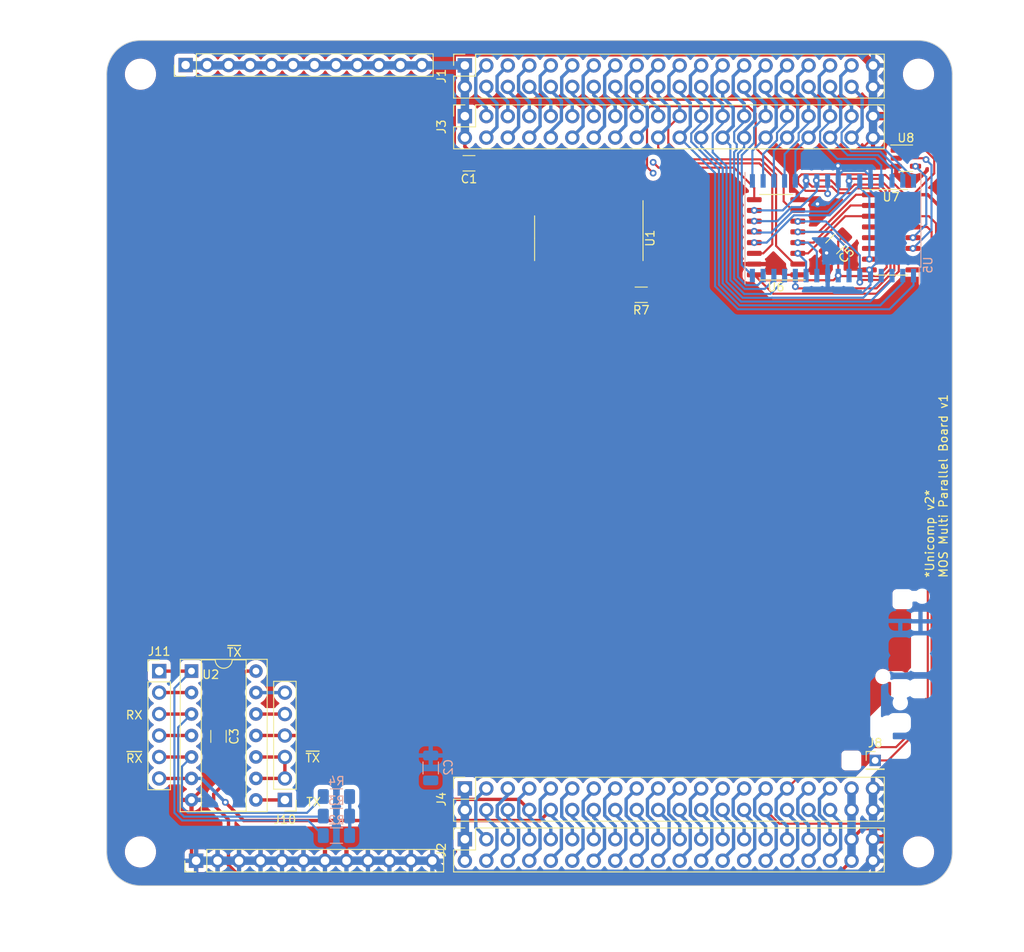
<source format=kicad_pcb>
(kicad_pcb (version 20221018) (generator pcbnew)
  (layers (0 "F.Cu" signal) (31 "B.Cu" signal) (34 "B.Paste" user) (35 "F.Paste" user) (36 "B.SilkS" user "B.Silkscreen") (37 "F.SilkS" user "F.Silkscreen") (38 "B.Mask" user) (39 "F.Mask" user) (44 "Edge.Cuts" user))
  (net 0 "")
  (net 1 "/~{RST}")
  (net 2 "/~{BUSFREE}")
  (net 3 "/~{RAMWE13}")
  (net 4 "/~{RAMWE12}")
  (net 5 "/~{RAMWE11}")
  (net 6 "/~{RAMWE10}")
  (net 7 "GND")
  (net 8 "/D7")
  (net 9 "/D6")
  (net 10 "/D5")
  (net 11 "/D4")
  (net 12 "/D3")
  (net 13 "/D2")
  (net 14 "/D1")
  (net 15 "/D0")
  (net 16 "+5V")
  (net 17 "/A15")
  (net 18 "/A14")
  (net 19 "/A13")
  (net 20 "/A12")
  (net 21 "/A11")
  (net 22 "/A10")
  (net 23 "/A9")
  (net 24 "/A8")
  (net 25 "/A7")
  (net 26 "/A6")
  (net 27 "/A5")
  (net 28 "/A4")
  (net 29 "/A3")
  (net 30 "/A2")
  (net 31 "/A1")
  (net 32 "/A0")
  (net 33 "/~{RAMWE9}")
  (net 34 "/~{RAMWE8}")
  (net 35 "/~{RAMWE7}")
  (net 36 "/~{RAMWE6}")
  (net 37 "/~{RAMWE5}")
  (net 38 "/~{RAMWE4}")
  (net 39 "/TDI")
  (net 40 "/TMS")
  (net 41 "/TCK")
  (net 42 "+3V3")
  (net 43 "/TDO")
  (net 44 "/CLKF")
  (net 45 "/~{RAMWE3}")
  (net 46 "/~{RAMWE2}")
  (net 47 "/~{RAMWE1}")
  (net 48 "/~{RAMWE0}")
  (net 49 "/CLKS")
  (net 50 "/MOSI")
  (net 51 "/SCK")
  (net 52 "/~{IOWR}")
  (net 53 "/~{MWR}")
  (net 54 "/~{MRD}")
  (net 55 "/R{slash}~{W}_e")
  (net 56 "/~{IORD}")
  (net 57 "/PHI2_e")
  (net 58 "/PHI1_e")
  (net 59 "/~{PH0}")
  (net 60 "/PH0")
  (net 61 "/RX1")
  (net 62 "/RES1")
  (net 63 "/TX1")
  (net 64 "/RES0")
  (net 65 "/TX3")
  (net 66 "/RX3")
  (net 67 "/TX2")
  (net 68 "/RX2")
  (net 69 "/Bus/TDRTN")
  (net 70 "Net-(U7-RCLK)")
  (net 71 "/~{DOE}")
  (net 72 "Net-(J10-Pin_5)")
  (net 73 "/DDIR")
  (net 74 "/CB2")
  (net 75 "/TX1#")
  (net 76 "Net-(U5-I{slash}O0)")
  (net 77 "Net-(U5-I{slash}O1)")
  (net 78 "Net-(U5-I{slash}O2)")
  (net 79 "Net-(U5-I{slash}O3)")
  (net 80 "/~{RAM_WE}")
  (net 81 "Net-(U5-I{slash}O4)")
  (net 82 "Net-(U5-I{slash}O5)")
  (net 83 "Net-(U5-I{slash}O6)")
  (net 84 "Net-(U5-I{slash}O7)")
  (net 85 "/A16")
  (net 86 "/A17")
  (net 87 "/A18")
  (net 88 "/A19")
  (net 90 "/~{RX1}")
  (net 91 "/RX1#")
  (net 92 "Net-(J11-Pin_1)")
  (net 93 "Net-(J11-Pin_2)")
  (net 94 "/~{TX1}")
  (net 95 "/~{RX1}'")
  (net 96 "/CD0")
  (net 97 "/CD1")
  (net 98 "/CD2")
  (net 99 "/~{CSRAM}")
  (net 100 "/~{CSRAM2}")
  (net 101 "/CD3")
  (net 102 "/CD4")
  (net 103 "/CD5")
  (net 104 "/CD6")
  (net 105 "/CD7")
  (footprint "Package_SO:SO-20_5.3x12.6mm_P1.27mm" (layer "F.Cu") (at 154.3558 68.7497 -90)
    (fp_text reference "U1")
    (fp_text value "SN74LVC245ANSR")
  )
  (footprint "Connector_PinSocket_2.54mm:PinSocket_2x20_P2.54mm_Vertical" (layer "F.Cu") (at 139.7 48.303005 90)
    (fp_text reference "J1")
    (fp_text value "BUS")
  )
  (footprint "Connector_PinSocket_2.54mm:PinSocket_2x20_P2.54mm_Vertical" (layer "F.Cu") (at 139.7 133.849005 90)
    (fp_text reference "J4")
    (fp_text value "BUS")
  )
  (footprint "Package_SO:SO-16_3.9x9.9mm_P1.27mm" (layer "F.Cu") (at 176.4908 68.632871 180)
    (fp_text reference "U6")
    (fp_text value "74LVC253")
  )
  (footprint "Package_TO_SOT_SMD:SOT-23-5" (layer "F.Cu") (at 191.8462 59.2836)
    (fp_text reference "U8")
    (fp_text value "74AHC1G14")
  )
  (footprint "Connector_PinHeader_2.54mm:PinHeader_1x06_P2.54mm_Vertical" (layer "F.Cu") (at 118.4173 135.2042 180)
    (fp_text reference "J10")
    (fp_text value ".")
  )
  (footprint "Connector_PinHeader_2.54mm:PinHeader_1x12_P2.54mm_Vertical" (layer "F.Cu") (at 107.917 142.389005 90)
    (fp_text reference "J20" hide)
    (fp_text value "Conn_01x12" hide)
  )
  (footprint "Connector_PinHeader_2.54mm:PinHeader_1x06_P2.54mm_Vertical" (layer "F.Cu") (at 103.5558 119.9642)
    (fp_text reference "J11")
    (fp_text value ".")
  )
  (footprint "Resistor_SMD:R_1206_3216Metric_Pad1.30x1.75mm_HandSolder" (layer "F.Cu") (at 160.5534 75.438 180)
    (fp_text reference "R7")
    (fp_text value "10k")
  )
  (footprint "Capacitor_SMD:C_1206_3216Metric" (layer "F.Cu") (at 183.513417 69.445183 -135)
    (fp_text reference "C5")
    (fp_text value "100n")
  )
  (footprint "Connector_PinSocket_2.54mm:PinSocket_2x20_P2.54mm_Vertical" (layer "F.Cu") (at 139.7 139.849005 90)
    (fp_text reference "J2")
    (fp_text value "BUS")
  )
  (footprint "Capacitor_SMD:C_1206_3216Metric" (layer "F.Cu") (at 110.5662 127.6858 -90)
    (fp_text reference "C3")
    (fp_text value "100n")
  )
  (footprint "MountingHole:MountingHole_3.2mm_M3" (layer "F.Cu") (at 193.34 49.346005)
    (fp_text reference "H3" hide)
    (fp_text value "MountingHole" hide)
  )
  (footprint "Connector_PinSocket_2.54mm:PinSocket_2x20_P2.54mm_Vertical" (layer "F.Cu") (at 139.7 54.303005 90)
    (fp_text reference "J3")
    (fp_text value "BUS" hide)
  )
  (footprint "MountingHole:MountingHole_3.2mm_M3" (layer "F.Cu") (at 101.34 49.346005)
    (fp_text reference "H1" hide)
    (fp_text value "MountingHole" hide)
  )
  (footprint "Package_SO:SO-16_3.9x9.9mm_P1.27mm" (layer "F.Cu") (at 190.1052 68.048671)
    (fp_text reference "U7")
    (fp_text value "74LVC595")
  )
  (footprint "Capacitor_SMD:C_1206_3216Metric" (layer "F.Cu") (at 140.189 59.885 180)
    (fp_text reference "C1")
    (fp_text value "100n")
  )
  (footprint "Connector_PinHeader_2.00mm:PinHeader_1x01_P2.00mm_Vertical" (layer "F.Cu") (at 188.214 130.5306)
    (fp_text reference "J8")
    (fp_text value ".")
  )
  (footprint "MountingHole:MountingHole_3.2mm_M3" (layer "F.Cu") (at 101.34 141.346005)
    (fp_text reference "H2" hide)
    (fp_text value "MountingHole" hide)
  )
  (footprint "Connector_PinHeader_2.54mm:PinHeader_1x12_P2.54mm_Vertical" (layer "F.Cu") (at 106.68 48.26 90)
    (fp_text reference "J21" hide)
    (fp_text value "Conn_01x12" hide)
  )
  (footprint "MountingHole:MountingHole_3.2mm_M3" (layer "F.Cu") (at 193.34 141.346005)
    (fp_text reference "H4" hide)
    (fp_text value "MountingHole" hide)
  )
  (footprint "Package_DIP:DIP-14_W7.62mm_Socket" (layer "F.Cu") (at 107.3758 119.9592)
    (fp_text reference "U2")
    (fp_text value "74HC14")
  )
  (footprint "Capacitor_SMD:C_1206_3216Metric" (layer "B.Cu") (at 135.6614 131.4178 90)
    (fp_text reference "C2")
    (fp_text value "100n")
  )
  (footprint "Package_SO:TSOP-II-32_21.0x10.2mm_P1.27mm" (layer "B.Cu") (at 183.2218 67.566071 90)
    (fp_text reference "U5")
    (fp_text value "IS63WV1288DBLL-10xLI" hide)
  )
  (footprint "Resistor_SMD:R_1206_3216Metric_Pad1.30x1.75mm_HandSolder" (layer "B.Cu") (at 124.5114 139.4206 180)
    (fp_text reference "R2")
    (fp_text value "1k")
  )
  (footprint "Resistor_SMD:R_1206_3216Metric_Pad1.30x1.75mm_HandSolder" (layer "B.Cu") (at 124.5102 137.1092 180)
    (fp_text reference "R3")
    (fp_text value "1k")
  )
  (footprint "Resistor_SMD:R_1206_3216Metric_Pad1.30x1.75mm_HandSolder" (layer "B.Cu") (at 124.5114 134.7978 180)
    (fp_text reference "R4")
    (fp_text value "1k")
  )
  (gr_line (start 97.34 49.346005) (end 97.34 141.346005) (stroke (width 0.1)) (layer "Edge.Cuts"))
  (gr_arc (start 97.34 49.346005) (mid 98.511573 46.517578) (end 101.34 45.346005) (stroke (width 0.1)) (layer "Edge.Cuts"))
  (gr_arc (start 193.34 45.346005) (mid 196.168427 46.517578) (end 197.34 49.346005) (stroke (width 0.1)) (layer "Edge.Cuts"))
  (gr_arc (start 197.34 141.346005) (mid 196.168427 144.174432) (end 193.34 145.346005) (stroke (width 0.1)) (layer "Edge.Cuts"))
  (gr_line (start 197.34 141.351) (end 197.34 49.346005) (stroke (width 0.1)) (layer "Edge.Cuts"))
  (gr_line (start 193.34 45.346005) (end 101.34 45.346005) (stroke (width 0.1)) (layer "Edge.Cuts"))
  (gr_arc (start 101.34 145.346005) (mid 98.511573 144.174432) (end 97.34 141.346005) (stroke (width 0.1)) (layer "Edge.Cuts"))
  (gr_line (start 193.34 145.346005) (end 101.34 145.346005) (stroke (width 0.1)) (layer "Edge.Cuts"))
  (gr_text "~{TX}" (at 120.7516 130.8354) (layer "F.SilkS") (effects (font (size 1 1)) (justify left bottom)))
  (gr_text "~{TX}" (at 111.473765 118.342331) (layer "F.SilkS") (effects (font (size 1 1)) (justify left bottom)))
  (gr_text "TX" (at 120.8532 136.0424) (layer "F.SilkS") (effects (font (size 1 1)) (justify left bottom)))
  (gr_text "*Unicomp v2*\nMOS Multi Parallel Board v1" (at 195.4784 109.0168 90) (layer "F.SilkS") (effects (font (size 1 1)) (justify left)))
  (gr_text "~{RX}" (at 99.5426 130.8862) (layer "F.SilkS") (effects (font (size 1 1)) (justify left bottom)))
  (gr_text "RX\n" (at 99.5172 125.7554) (layer "F.SilkS") (effects (font (size 1 1)) (justify left bottom)))
  (segment (start 161.273253 53.298339) (end 161.273253 55.505419) (width 0.4) (layer "B.Cu") (net 1))
  (segment (start 161.273253 55.505419) (end 160.02 56.758672) (width 0.4) (layer "B.Cu") (net 1))
  (segment (start 160.02 50.843005) (end 160.02 52.045086) (width 0.4) (layer "B.Cu") (net 1))
  (segment (start 160.02 52.045086) (end 161.273253 53.298339) (width 0.4) (layer "B.Cu") (net 1))
  (segment (start 156.23 135.099005) (end 156.23 137.053) (width 0.4) (layer "B.Cu") (net 2))
  (segment (start 156.23 137.053) (end 157.48 138.303) (width 0.4) (layer "B.Cu") (net 2))
  (segment (start 157.48 133.849005) (end 156.23 135.099005) (width 0.4) (layer "B.Cu") (net 2))
  (segment (start 157.48 138.303) (end 157.48 139.7) (width 0.4) (layer "B.Cu") (net 2))
  (segment (start 157.48 142.24) (end 158.73 140.99) (width 0.4) (layer "B.Cu") (net 3))
  (segment (start 158.73 138.156) (end 157.48 136.906) (width 0.4) (layer "B.Cu") (net 3))
  (segment (start 158.73 140.99) (end 158.73 138.156) (width 0.4) (layer "B.Cu") (net 3))
  (segment (start 160.02 138.303) (end 158.77 137.053) (width 0.4) (layer "B.Cu") (net 4))
  (segment (start 160.02 139.7) (end 160.02 138.303) (width 0.4) (layer "B.Cu") (net 4))
  (segment (start 158.77 135.099005) (end 160.02 133.849005) (width 0.4) (layer "B.Cu") (net 4))
  (segment (start 158.77 137.053) (end 158.77 135.099005) (width 0.4) (layer "B.Cu") (net 4))
  (segment (start 160.02 136.906) (end 161.27 138.156) (width 0.4) (layer "B.Cu") (net 5))
  (segment (start 161.27 140.99) (end 160.02 142.24) (width 0.4) (layer "B.Cu") (net 5))
  (segment (start 161.27 138.156) (end 161.27 140.99) (width 0.4) (layer "B.Cu") (net 5))
  (segment (start 162.56 138.303) (end 161.29 137.033) (width 0.4) (layer "B.Cu") (net 6))
  (segment (start 161.29 137.033) (end 161.29 135.119005) (width 0.4) (layer "B.Cu") (net 6))
  (segment (start 162.56 139.7) (end 162.56 138.303) (width 0.4) (layer "B.Cu") (net 6))
  (segment (start 161.29 135.119005) (end 162.56 133.849005) (width 0.4) (layer "B.Cu") (net 6))
  (segment (start 176.024 71.807871) (end 173.9158 71.807871) (width 0.25) (layer "F.Cu") (net 7))
  (segment (start 187.96 58.270851) (end 187.96 56.843005) (width 0.25) (layer "F.Cu") (net 7))
  (segment (start 181.393 64.695871) (end 180.963992 64.266863) (width 0.25) (layer "F.Cu") (net 7))
  (segment (start 179.0658 73.077871) (end 179.880729 73.077871) (width 0.25) (layer "F.Cu") (net 7))
  (segment (start 110.5662 132.0088) (end 107.3758 135.1992) (width 0.4) (layer "F.Cu") (net 7))
  (segment (start 110.5662 129.1608) (end 110.5662 132.0088) (width 0.4) (layer "F.Cu") (net 7))
  (segment (start 179.880729 73.077871) (end 182.470434 70.488166) (width 0.25) (layer "F.Cu") (net 7))
  (segment (start 138.45 46.910805) (end 138.6078 46.753005) (width 0.4) (layer "F.Cu") (net 7))
  (segment (start 189.162081 139.849005) (end 196.84 132.171086) (width 1) (layer "F.Cu") (net 7))
  (segment (start 196.84 132.171086) (end 196.84 112.8268) (width 1) (layer "F.Cu") (net 7))
  (segment (start 184.630405 60.1726) (end 183.8198 60.1726) (width 0.25) (layer "F.Cu") (net 7))
  (segment (start 187.96 56.843005) (end 184.630405 60.1726) (width 0.25) (layer "F.Cu") (net 7))
  (segment (start 107.3758 135.1992) (end 107.3758 141.847805) (width 0.4) (layer "F.Cu") (net 7))
  (segment (start 177.294 73.077871) (end 176.024 71.807871) (width 0.25) (layer "F.Cu") (net 7))
  (segment (start 189.922749 60.2336) (end 187.96 58.270851) (width 0.25) (layer "F.Cu") (net 7))
  (segment (start 196.84 112.8268) (end 196.84 59.0858) (width 1) (layer "F.Cu") (net 7))
  (segment (start 187.96 139.849005) (end 189.162081 139.849005) (width 1) (layer "F.Cu") (net 7))
  (segment (start 180.963992 64.266863) (end 179.144792 64.266863) (width 0.25) (layer "F.Cu") (net 7))
  (segment (start 187.96 48.303005) (end 186.41 46.753005) (width 1) (layer "F.Cu") (net 7))
  (segment (start 138.45 59.621) (end 138.45 46.910805) (width 0.4) (layer "F.Cu") (net 7))
  (segment (start 187.96 54.303005) (end 192.072605 54.303005) (width 1) (layer "F.Cu") (net 7))
  (segment (start 186.41 46.753005) (end 138.6078 46.753005) (width 1) (layer "F.Cu") (net 7))
  (segment (start 190.7087 60.2336) (end 189.922749 60.2336) (width 0.25) (layer "F.Cu") (net 7))
  (segment (start 192.072605 54.303005) (end 196.7738 59.0042) (width 1) (layer "F.Cu") (net 7))
  (segment (start 196.84 59.0858) (end 196.7992 59.045) (width 1) (layer "F.Cu") (net 7))
  (segment (start 179.0658 73.077871) (end 177.294 73.077871) (width 0.25) (layer "F.Cu") (net 7))
  (via (at 181.393 64.695871) (size 0.8) (drill 0.4) (layers "F.Cu" "B.Cu") (net 7))
  (via (at 182.470434 70.488166) (size 0.8) (drill 0.4) (layers "F.Cu" "B.Cu") (net 7))
  (via (at 187.5302 72.493693) (size 0.8) (drill 0.4) (layers "F.Cu" "B.Cu") (net 7))
  (via (at 183.8198 60.1726) (size 0.8) (drill 0.4) (layers "F.Cu" "B.Cu") (net 7))
  (segment (start 187.96 48.26) (end 187.96 50.8) (width 1) (layer "B.Cu") (net 7))
  (segment (start 183.8468 61.966071) (end 183.8468 63.562871) (width 0.25) (layer "B.Cu") (net 7))
  (segment (start 184.3902 60.784271) (end 183.8468 61.327671) (width 0.25) (layer "B.Cu") (net 7))
  (segment (start 183.796 63.562871) (end 182.663 64.695871) (width 0.25) (layer "B.Cu") (net 7))
  (segment (start 183.8468 61.966071) (end 183.8468 60.1996) (width 0.25) (layer "B.Cu") (net 7))
  (segment (start 186.7154 75.2094) (end 183.388 75.2094) (width 0.25) (layer "B.Cu") (net 7))
  (segment (start 186.985 60.784271) (end 184.3902 60.784271) (width 0.25) (layer "B.Cu") (net 7))
  (segment (start 151.384 143.939005) (end 138.43 143.939005) (width 1) (layer "B.Cu") (net 7))
  (segment (start 183.388 75.2094) (end 182.5968 74.4182) (width 0.25) (layer "B.Cu") (net 7))
  (segment (start 187.96 142.389005) (end 186.41 143.939005) (width 1) (layer "B.Cu") (net 7))
  (segment (start 183.8468 60.1996) (end 183.8198 60.1726) (width 0.25) (layer "B.Cu") (net 7))
  (segment (start 186.41 143.939005) (end 151.384 143.939005) (width 1) (layer "B.Cu") (net 7))
  (segment (start 107.917 142.389005) (end 135.857 142.389005) (width 1) (layer "B.Cu") (net 7))
  (segment (start 187.6668 73.166071) (end 187.6668 74.258) (width 0.25) (layer "B.Cu") (net 7))
  (segment (start 183.8468 63.562871) (end 183.796 63.562871) (width 0.25) (layer "B.Cu") (net 7))
  (segment (start 182.5968 70.614532) (end 182.470434 70.488166) (width 0.25) (layer "B.Cu") (net 7))
  (segment (start 187.6668 61.466071) (end 186.985 60.784271) (width 0.25) (layer "B.Cu") (net 7))
  (segment (start 187.6668 63.156) (end 188.2902 63.7794) (width 0.25) (layer "B.Cu") (net 7))
  (segment (start 188.2902 63.7794) (end 188.2902 71.733693) (width 0.25) (layer "B.Cu") (net 7))
  (segment (start 135.857 142.389005) (end 137.407 143.939005) (width 1) (layer "B.Cu") (net 7))
  (segment (start 182.5968 74.4182) (end 182.5968 73.166071) (width 0.25) (layer "B.Cu") (net 7))
  (segment (start 187.963253 56.849864) (end 187.963253 54.309864) (width 1) (layer "B.Cu") (net 7))
  (segment (start 182.5968 73.166071) (end 182.5968 70.614532) (width 0.25) (layer "B.Cu") (net 7))
  (segment (start 187.6668 61.966071) (end 187.6668 63.156) (width 0.25) (layer "B.Cu") (net 7))
  (segment (start 187.6668 74.258) (end 186.7154 75.2094) (width 0.25) (layer "B.Cu") (net 7))
  (segment (start 182.663 64.695871) (end 181.393 64.695871) (width 0.25) (layer "B.Cu") (net 7))
  (segment (start 137.407 143.939005) (end 138.43 143.939005) (width 1) (layer "B.Cu") (net 7))
  (segment (start 188.2902 71.733693) (end 187.5302 72.493693) (width 0.25) (layer "B.Cu") (net 7))
  (segment (start 187.96 133.849005) (end 187.96 142.389005) (width 1) (layer "B.Cu") (net 7))
  (segment (start 187.963253 54.309864) (end 187.963253 48.309864) (width 1) (layer "B.Cu") (net 7))
  (segment (start 158.77 51.963) (end 160.02 53.213) (width 0.4) (layer "B.Cu") (net 8))
  (segment (start 158.77 49.553005) (end 158.77 51.963) (width 0.4) (layer "B.Cu") (net 8))
  (segment (start 160.02 53.213) (end 160.02 54.303005) (width 0.4) (layer "B.Cu") (net 8))
  (segment (start 160.02 48.303005) (end 158.77 49.553005) (width 0.4) (layer "B.Cu") (net 8))
  (segment (start 157.48 51.689) (end 157.48 50.843005) (width 0.4) (layer "B.Cu") (net 9))
  (segment (start 158.733253 55.388747) (end 158.733253 52.942253) (width 0.4) (layer "B.Cu") (net 9))
  (segment (start 157.483253 56.638747) (end 158.733253 55.388747) (width 0.4) (layer "B.Cu") (net 9))
  (segment (start 158.733253 52.942253) (end 157.48 51.689) (width 0.4) (layer "B.Cu") (net 9))
  (segment (start 156.23 49.553005) (end 156.23 51.836) (width 0.4) (layer "B.Cu") (net 10))
  (segment (start 157.48 53.086) (end 157.48 54.303005) (width 0.4) (layer "B.Cu") (net 10))
  (segment (start 157.48 48.303005) (end 156.23 49.553005) (width 0.4) (layer "B.Cu") (net 10))
  (segment (start 156.23 51.836) (end 157.48 53.086) (width 0.4) (layer "B.Cu") (net 10))
  (segment (start 154.94 51.816) (end 156.213253 53.089253) (width 0.4) (layer "B.Cu") (net 11))
  (segment (start 156.213253 55.493457) (end 154.943253 56.763457) (width 0.4) (layer "B.Cu") (net 11))
  (segment (start 154.94 50.843005) (end 154.94 51.816) (width 0.4) (layer "B.Cu") (net 11))
  (segment (start 156.213253 53.089253) (end 156.213253 55.493457) (width 0.4) (layer "B.Cu") (net 11))
  (segment (start 154.94 53.213) (end 154.94 54.303005) (width 0.4) (layer "B.Cu") (net 12))
  (segment (start 153.69 49.553005) (end 153.69 51.963) (width 0.4) (layer "B.Cu") (net 12))
  (segment (start 154.94 48.303005) (end 153.69 49.553005) (width 0.4) (layer "B.Cu") (net 12))
  (segment (start 153.69 51.963) (end 154.94 53.213) (width 0.4) (layer "B.Cu") (net 12))
  (segment (start 153.673253 55.493457) (end 153.673253 52.962253) (width 0.4) (layer "B.Cu") (net 13))
  (segment (start 152.403253 56.763457) (end 153.673253 55.493457) (width 0.4) (layer "B.Cu") (net 13))
  (segment (start 153.673253 52.962253) (end 152.4 51.689) (width 0.4) (layer "B.Cu") (net 13))
  (segment (start 152.4 51.689) (end 152.4 50.843005) (width 0.4) (layer "B.Cu") (net 13))
  (segment (start 152.4 52.959) (end 152.4 54.303005) (width 0.4) (layer "B.Cu") (net 14))
  (segment (start 152.403253 48.458869) (end 151.15 49.712122) (width 0.4) (layer "B.Cu") (net 14))
  (segment (start 151.15 49.712122) (end 151.15 51.709) (width 0.4) (layer "B.Cu") (net 14))
  (segment (start 151.15 51.709) (end 152.4 52.959) (width 0.4) (layer "B.Cu") (net 14))
  (segment (start 149.863253 56.09729) (end 151.113253 54.84729) (width 0.4) (layer "B.Cu") (net 15))
  (segment (start 151.113253 54.84729) (end 151.113253 52.520781) (width 0.4) (layer "B.Cu") (net 15))
  (segment (start 149.863253 56.723457) (end 149.863253 56.09729) (width 0.4) (layer "B.Cu") (net 15))
  (segment (start 151.113253 52.520781) (end 149.86 51.267528) (width 0.4) (layer "B.Cu") (net 15))
  (segment (start 139.7 57.921) (end 141.664 59.885) (width 0.4) (layer "F.Cu") (net 16))
  (segment (start 139.7 56.843005) (end 139.7 57.921) (width 0.4) (layer "F.Cu") (net 16))
  (segment (start 139.703253 54.309864) (end 139.703253 48.309864) (width 1) (layer "B.Cu") (net 16))
  (segment (start 139.7 48.303005) (end 106.723005 48.303005) (width 1) (layer "B.Cu") (net 16))
  (segment (start 139.7 139.7) (end 139.7 133.7) (width 1) (layer "B.Cu") (net 16))
  (segment (start 139.703253 54.309864) (end 139.703253 56.849864) (width 1) (layer "B.Cu") (net 16))
  (segment (start 139.7 139.7) (end 139.7 142.24) (width 1) (layer "B.Cu") (net 16))
  (segment (start 180.343253 51.137276) (end 181.593253 52.387276) (width 0.4) (layer "B.Cu") (net 17))
  (segment (start 181.593253 52.387276) (end 181.593253 55.509885) (width 0.4) (layer "B.Cu") (net 17))
  (segment (start 181.593253 55.509885) (end 180.343253 56.759885) (width 0.4) (layer "B.Cu") (net 17))
  (segment (start 178.7768 61.966071) (end 178.7768 58.406205) (width 0.25) (layer "B.Cu") (net 17))
  (segment (start 178.7768 58.406205) (end 180.34 56.843005) (width 0.25) (layer "B.Cu") (net 17))
  (segment (start 179.07 51.512611) (end 179.07 49.573005) (width 0.4) (layer "B.Cu") (net 18))
  (segment (start 180.343253 52.785864) (end 179.07 51.512611) (width 0.4) (layer "B.Cu") (net 18))
  (segment (start 180.34 55.1434) (end 180.34 54.303005) (width 0.25) (layer "B.Cu") (net 18))
  (segment (start 179.165 57.139706) (end 179.165 56.3184) (width 0.25) (layer "B.Cu") (net 18))
  (segment (start 179.165 56.3184) (end 180.34 55.1434) (width 0.25) (layer "B.Cu") (net 18))
  (segment (start 177.5068 58.797906) (end 179.165 57.139706) (width 0.25) (layer "B.Cu") (net 18))
  (segment (start 179.07 49.573005) (end 180.34 48.303005) (width 0.4) (layer "B.Cu") (net 18))
  (segment (start 177.5068 61.966071) (end 177.5068 58.797906) (width 0.25) (layer "B.Cu") (net 18))
  (segment (start 180.343253 54.458869) (end 180.343253 52.785864) (width 0.4) (layer "B.Cu") (net 18))
  (segment (start 177.803253 51.388864) (end 179.053253 52.638864) (width 0.4) (layer "B.Cu") (net 19))
  (segment (start 177.8 56.843005) (end 176.2368 58.406205) (width 0.25) (layer "B.Cu") (net 19))
  (segment (start 179.053253 55.599864) (end 177.803253 56.849864) (width 0.4) (layer "B.Cu") (net 19))
  (segment (start 176.2368 58.406205) (end 176.2368 61.966071) (width 0.25) (layer "B.Cu") (net 19))
  (segment (start 179.053253 52.638864) (end 179.053253 55.599864) (width 0.4) (layer "B.Cu") (net 19))
  (segment (start 177.803253 52.912864) (end 176.513253 51.622864) (width 0.4) (layer "B.Cu") (net 20))
  (segment (start 176.513253 49.599864) (end 177.803253 48.309864) (width 0.4) (layer "B.Cu") (net 20))
  (segment (start 176.6062 57.158506) (end 174.9668 58.797906) (width 0.25) (layer "B.Cu") (net 20))
  (segment (start 177.8 54.303005) (end 177.8 55.0926) (width 0.25) (layer "B.Cu") (net 20))
  (segment (start 176.6062 56.2864) (end 176.6062 57.158506) (width 0.25) (layer "B.Cu") (net 20))
  (segment (start 177.803253 54.309864) (end 177.803253 52.912864) (width 0.4) (layer "B.Cu") (net 20))
  (segment (start 177.8 55.0926) (end 176.6062 56.2864) (width 0.25) (layer "B.Cu") (net 20))
  (segment (start 176.513253 51.622864) (end 176.513253 49.599864) (width 0.4) (layer "B.Cu") (net 20))
  (segment (start 174.9668 58.797906) (end 174.9668 61.966071) (width 0.25) (layer "B.Cu") (net 20))
  (segment (start 176.513253 52.765864) (end 176.513253 55.599864) (width 0.4) (layer "B.Cu") (net 21))
  (segment (start 175.26 56.843005) (end 173.6968 58.406205) (width 0.25) (layer "B.Cu") (net 21))
  (segment (start 176.513253 55.599864) (end 175.263253 56.849864) (width 0.4) (layer "B.Cu") (net 21))
  (segment (start 175.263253 51.515864) (end 176.513253 52.765864) (width 0.4) (layer "B.Cu") (net 21))
  (segment (start 173.6968 58.406205) (end 173.6968 61.966071) (width 0.25) (layer "B.Cu") (net 21))
  (segment (start 175.263253 50.966159) (end 175.263253 51.515864) (width 0.4) (layer "B.Cu") (net 21))
  (segment (start 172.4406 58.928) (end 173.895 57.4736) (width 0.25) (layer "B.Cu") (net 22))
  (segment (start 175.263253 54.309864) (end 175.263253 52.874059) (width 0.4) (layer "B.Cu") (net 22))
  (segment (start 173.6968 73.166071) (end 172.4406 71.909871) (width 0.25) (layer "B.Cu") (net 22))
  (segment (start 173.895 55.668005) (end 175.26 54.303005) (width 0.25) (layer "B.Cu") (net 22))
  (segment (start 172.4406 71.909871) (end 172.4406 58.928) (width 0.25) (layer "B.Cu") (net 22))
  (segment (start 175.263253 52.874059) (end 173.973253 51.584059) (width 0.4) (layer "B.Cu") (net 22))
  (segment (start 173.973253 51.584059) (end 173.973253 49.589752) (width 0.4) (layer "B.Cu") (net 22))
  (segment (start 173.895 57.4736) (end 173.895 55.668005) (width 0.25) (layer "B.Cu") (net 22))
  (segment (start 173.973253 49.589752) (end 175.26 48.303005) (width 0.4) (layer "B.Cu") (net 22))
  (segment (start 171.9906 73.326854) (end 171.9906 58.741604) (width 0.25) (layer "B.Cu") (net 23))
  (segment (start 174.9668 73.666071) (end 174.334871 74.298) (width 0.25) (layer "B.Cu") (net 23))
  (segment (start 172.72 58.012204) (end 172.72 56.843005) (width 0.25) (layer "B.Cu") (net 23))
  (segment (start 171.9906 58.741604) (end 172.72 58.012204) (width 0.25) (layer "B.Cu") (net 23))
  (segment (start 173.97 54.820772) (end 172.723253 56.067519) (width 0.4) (layer "B.Cu") (net 23))
  (segment (start 173.97 52.678875) (end 173.97 54.820772) (width 0.4) (layer "B.Cu") (net 23))
  (segment (start 172.723253 56.067519) (end 172.723253 56.763457) (width 0.4) (layer "B.Cu") (net 23))
  (segment (start 172.961746 74.298) (end 171.9906 73.326854) (width 0.25) (layer "B.Cu") (net 23))
  (segment (start 174.334871 74.298) (end 172.961746 74.298) (width 0.25) (layer "B.Cu") (net 23))
  (segment (start 172.723253 51.432128) (end 173.97 52.678875) (width 0.4) (layer "B.Cu") (net 23))
  (segment (start 172.77535 74.748) (end 171.5406 73.51325) (width 0.25) (layer "B.Cu") (net 24))
  (segment (start 172.723253 52.835253) (end 171.433253 51.545253) (width 0.4) (layer "B.Cu") (net 24))
  (segment (start 171.8496 57.634306) (end 171.545 57.329706) (width 0.25) (layer "B.Cu") (net 24))
  (segment (start 171.545 57.329706) (end 171.545 56.166) (width 0.25) (layer "B.Cu") (net 24))
  (segment (start 176.2368 73.666071) (end 175.154871 74.748) (width 0.25) (layer "B.Cu") (net 24))
  (segment (start 171.545 56.166) (end 172.72 54.991) (width 0.25) (layer "B.Cu") (net 24))
  (segment (start 171.8496 58.246208) (end 171.8496 57.634306) (width 0.25) (layer "B.Cu") (net 24))
  (segment (start 171.433253 49.589752) (end 172.72 48.303005) (width 0.4) (layer "B.Cu") (net 24))
  (segment (start 175.154871 74.748) (end 172.77535 74.748) (width 0.25) (layer "B.Cu") (net 24))
  (segment (start 171.5406 73.51325) (end 171.5406 58.555208) (width 0.25) (layer "B.Cu") (net 24))
  (segment (start 172.723253 54.309864) (end 172.723253 52.835253) (width 0.4) (layer "B.Cu") (net 24))
  (segment (start 171.5406 58.555208) (end 171.8496 58.246208) (width 0.25) (layer "B.Cu") (net 24))
  (segment (start 171.433253 51.545253) (end 171.433253 49.589752) (width 0.4) (layer "B.Cu") (net 24))
  (segment (start 172.734154 75.3432) (end 171.0906 73.699646) (width 0.25) (layer "B.Cu") (net 25))
  (segment (start 171.43 55.47671) (end 170.18 56.72671) (width 0.4) (layer "B.Cu") (net 25))
  (segment (start 175.829671 75.3432) (end 172.734154 75.3432) (width 0.25) (layer "B.Cu") (net 25))
  (segment (start 171.43 53.32) (end 171.43 55.47671) (width 0.4) (layer "B.Cu") (net 25))
  (segment (start 170.18 52.07) (end 171.43 53.32) (width 0.4) (layer "B.Cu") (net 25))
  (segment (start 170.18 50.843005) (end 170.18 52.07) (width 0.4) (layer "B.Cu") (net 25))
  (segment (start 171.0906 73.699646) (end 171.0906 57.753605) (width 0.25) (layer "B.Cu") (net 25))
  (segment (start 171.0906 57.753605) (end 170.18 56.843005) (width 0.25) (layer "B.Cu") (net 25))
  (segment (start 177.5068 73.666071) (end 175.829671 75.3432) (width 0.25) (layer "B.Cu") (net 25))
  (segment (start 169.005 56.356304) (end 170.18 55.181304) (width 0.25) (layer "B.Cu") (net 26))
  (segment (start 170.18 55.181304) (end 170.18 54.303005) (width 0.25) (layer "B.Cu") (net 26))
  (segment (start 168.93 51.668528) (end 170.18 52.918528) (width 0.4) (layer "B.Cu") (net 26))
  (segment (start 176.016067 75.7932) (end 172.547758 75.7932) (width 0.25) (layer "B.Cu") (net 26))
  (segment (start 176.022867 75.7864) (end 176.016067 75.7932) (width 0.25) (layer "B.Cu") (net 26))
  (segment (start 170.6406 60.232514) (end 169.005 58.596914) (width 0.25) (layer "B.Cu") (net 26))
  (segment (start 170.18 48.303005) (end 168.93 49.553005) (width 0.4) (layer "B.Cu") (net 26))
  (segment (start 170.18 52.918528) (end 170.18 54.303005) (width 0.4) (layer "B.Cu") (net 26))
  (segment (start 168.93 49.553005) (end 168.93 51.668528) (width 0.4) (layer "B.Cu") (net 26))
  (segment (start 169.005 58.596914) (end 169.005 56.356304) (width 0.25) (layer "B.Cu") (net 26))
  (segment (start 188.9368 73.666071) (end 186.816471 75.7864) (width 0.25) (layer "B.Cu") (net 26))
  (segment (start 172.547758 75.7932) (end 170.6406 73.886042) (width 0.25) (layer "B.Cu") (net 26))
  (segment (start 170.6406 73.886042) (end 170.6406 60.232514) (width 0.25) (layer "B.Cu") (net 26))
  (segment (start 186.816471 75.7864) (end 176.022867 75.7864) (width 0.25) (layer "B.Cu") (net 26))
  (segment (start 170.1906 74.072438) (end 170.1906 60.41891) (width 0.25) (layer "B.Cu") (net 27))
  (segment (start 170.1906 60.41891) (end 167.64 57.86831) (width 0.25) (layer "B.Cu") (net 27))
  (segment (start 167.643253 50.926159) (end 167.643253 51.524781) (width 0.4) (layer "B.Cu") (net 27))
  (segment (start 167.643253 51.524781) (end 168.893253 52.774781) (width 0.4) (layer "B.Cu") (net 27))
  (segment (start 168.893253 52.774781) (end 168.893253 55.185547) (width 0.4) (layer "B.Cu") (net 27))
  (segment (start 190.2068 73.666071) (end 187.629671 76.2432) (width 0.25) (layer "B.Cu") (net 27))
  (segment (start 168.893253 55.185547) (end 167.643253 56.435547) (width 0.4) (layer "B.Cu") (net 27))
  (segment (start 167.64 57.86831) (end 167.64 56.843005) (width 0.25) (layer "B.Cu") (net 27))
  (segment (start 187.629671 76.2432) (end 172.361362 76.2432) (width 0.25) (layer "B.Cu") (net 27))
  (segment (start 172.361362 76.2432) (end 170.1906 74.072438) (width 0.25) (layer "B.Cu") (net 27))
  (segment (start 172.174966 76.6932) (end 169.7406 74.258834) (width 0.25) (layer "B.Cu") (net 28))
  (segment (start 188.813 76.6932) (end 172.174966 76.6932) (width 0.25) (layer "B.Cu") (net 28))
  (segment (start 167.643253 54.309864) (end 167.643253 52.912864) (width 0.4) (layer "B.Cu") (net 28))
  (segment (start 166.465 57.329706) (end 166.465 56.356304) (width 0.25) (layer "B.Cu") (net 28))
  (segment (start 166.373253 49.526747) (end 167.596995 48.303005) (width 0.4) (layer "B.Cu") (net 28))
  (segment (start 169.7406 60.605306) (end 166.465 57.329706) (width 0.25) (layer "B.Cu") (net 28))
  (segment (start 191.4768 73.666071) (end 191.4768 74.0294) (width 0.25) (layer "B.Cu") (net 28))
  (segment (start 167.64 55.181304) (end 167.64 54.303005) (width 0.25) (layer "B.Cu") (net 28))
  (segment (start 169.7406 74.258834) (end 169.7406 60.605306) (width 0.25) (layer "B.Cu") (net 28))
  (segment (start 166.373253 51.642864) (end 166.373253 49.526747) (width 0.4) (layer "B.Cu") (net 28))
  (segment (start 191.4768 74.0294) (end 188.813 76.6932) (width 0.25) (layer "B.Cu") (net 28))
  (segment (start 167.643253 52.912864) (end 166.373253 51.642864) (width 0.4) (layer "B.Cu") (net 28))
  (segment (start 166.465 56.356304) (end 167.64 55.181304) (width 0.25) (layer "B.Cu") (net 28))
  (segment (start 165.103253 51.515864) (end 166.353253 52.765864) (width 0.4) (layer "B.Cu") (net 29))
  (segment (start 169.2906 74.44523) (end 171.98857 77.1432) (width 0.25) (layer "B.Cu") (net 29))
  (segment (start 192.7468 74.3088) (end 192.7468 73.166071) (width 0.25) (layer "B.Cu") (net 29))
  (segment (start 166.353253 55.513457) (end 165.103253 56.763457) (width 0.4) (layer "B.Cu") (net 29))
  (segment (start 166.353253 52.765864) (end 166.353253 55.513457) (width 0.4) (layer "B.Cu") (net 29))
  (segment (start 165.103253 50.926159) (end 165.103253 51.515864) (width 0.4) (layer "B.Cu") (net 29))
  (segment (start 165.1 56.843005) (end 169.2906 61.033605) (width 0.25) (layer "B.Cu") (net 29))
  (segment (start 169.2906 61.033605) (end 169.2906 74.44523) (width 0.25) (layer "B.Cu") (net 29))
  (segment (start 171.98857 77.1432) (end 189.9124 77.1432) (width 0.25) (layer "B.Cu") (net 29))
  (segment (start 189.9124 77.1432) (end 192.7468 74.3088) (width 0.25) (layer "B.Cu") (net 29))
  (segment (start 163.7538 57.504902) (end 163.7538 55.649205) (width 0.25) (layer "F.Cu") (net 30))
  (segment (start 174.681604 59.4178) (end 165.666698 59.4178) (width 0.25) (layer "F.Cu") (net 30))
  (segment (start 178.649875 71.807871) (end 176.4974 69.655396) (width 0.25) (layer "F.Cu") (net 30))
  (segment (start 163.7538 55.649205) (end 165.1 54.303005) (width 0.25) (layer "F.Cu") (net 30))
  (segment (start 176.4974 61.233596) (end 174.681604 59.4178) (width 0.25) (layer "F.Cu") (net 30))
  (segment (start 176.4974 69.655396) (end 176.4974 61.233596) (width 0.25) (layer "F.Cu") (net 30))
  (segment (start 165.666698 59.4178) (end 163.7538 57.504902) (width 0.25) (layer "F.Cu") (net 30))
  (segment (start 163.83 49.573005) (end 165.1 48.303005) (width 0.4) (layer "B.Cu") (net 30))
  (segment (start 165.103253 54.309864) (end 165.103253 53.001059) (width 0.4) (layer "B.Cu") (net 30))
  (segment (start 165.103253 53.001059) (end 163.83 51.727806) (width 0.4) (layer "B.Cu") (net 30))
  (segment (start 163.83 51.727806) (end 163.83 49.573005) (width 0.4) (layer "B.Cu") (net 30))
  (segment (start 162.56 58.045086) (end 164.408114 59.8932) (width 0.25) (layer "F.Cu") (net 31))
  (segment (start 174.978529 70.537871) (end 173.9158 70.537871) (width 0.25) (layer "F.Cu") (net 31))
  (segment (start 162.56 56.843005) (end 162.56 58.045086) (width 0.25) (layer "F.Cu") (net 31))
  (segment (start 176.0474 69.469) (end 174.978529 70.537871) (width 0.25) (layer "F.Cu") (net 31))
  (segment (start 176.0474 61.419992) (end 176.0474 69.469) (width 0.25) (layer "F.Cu") (net 31))
  (segment (start 164.408114 59.8932) (end 174.520608 59.8932) (width 0.25) (layer "F.Cu") (net 31))
  (segment (start 174.520608 59.8932) (end 176.0474 61.419992) (width 0.25) (layer "F.Cu") (net 31))
  (segment (start 163.85 55.47671) (end 162.56 56.76671) (width 0.4) (layer "B.Cu") (net 31))
  (segment (start 163.85 53.233) (end 163.85 55.47671) (width 0.4) (layer "B.Cu") (net 31))
  (segment (start 162.56 51.943) (end 163.85 53.233) (width 0.4) (layer "B.Cu") (net 31))
  (segment (start 162.56 50.843005) (end 162.56 51.943) (width 0.4) (layer "B.Cu") (net 31))
  (segment (start 162.563253 54.309864) (end 162.563253 53.387019) (width 0.4) (layer "B.Cu") (net 32))
  (segment (start 162.563253 53.387019) (end 161.293253 52.117019) (width 0.4) (layer "B.Cu") (net 32))
  (segment (start 161.293253 49.569752) (end 162.56 48.303005) (width 0.4) (layer "B.Cu") (net 32))
  (segment (start 161.293253 52.117019) (end 161.293253 49.569752) (width 0.4) (layer "B.Cu") (net 32))
  (segment (start 162.56 136.484528) (end 163.85 137.774528) (width 0.4) (layer "B.Cu") (net 33))
  (segment (start 163.85 137.774528) (end 163.85 140.95) (width 0.4) (layer "B.Cu") (net 33))
  (segment (start 163.85 140.95) (end 162.56 142.24) (width 0.4) (layer "B.Cu") (net 33))
  (segment (start 163.81 135.139005) (end 165.1 133.849005) (width 0.4) (layer "B.Cu") (net 34))
  (segment (start 165.1 138.176) (end 163.81 136.886) (width 0.4) (layer "B.Cu") (net 34))
  (segment (start 165.1 139.7) (end 165.1 138.176) (width 0.4) (layer "B.Cu") (net 34))
  (segment (start 163.81 136.886) (end 163.81 135.139005) (width 0.4) (layer "B.Cu") (net 34))
  (segment (start 165.1 136.906) (end 166.35 138.156) (width 0.4) (layer "B.Cu") (net 35))
  (segment (start 166.35 138.156) (end 166.35 140.99) (width 0.4) (layer "B.Cu") (net 35))
  (segment (start 166.35 140.99) (end 165.1 142.24) (width 0.4) (layer "B.Cu") (net 35))
  (segment (start 166.37 137.033) (end 166.37 135.119005) (width 0.4) (layer "B.Cu") (net 36))
  (segment (start 167.64 139.7) (end 167.64 138.303) (width 0.4) (layer "B.Cu") (net 36))
  (segment (start 166.37 135.119005) (end 167.64 133.849005) (width 0.4) (layer "B.Cu") (net 36))
  (segment (start 167.64 138.303) (end 166.37 137.033) (width 0.4) (layer "B.Cu") (net 36))
  (segment (start 168.89 140.99) (end 167.64 142.24) (width 0.4) (layer "B.Cu") (net 37))
  (segment (start 168.89 138.029) (end 168.89 140.99) (width 0.4) (layer "B.Cu") (net 37))
  (segment (start 167.64 136.779) (end 168.89 138.029) (width 0.4) (layer "B.Cu") (net 37))
  (segment (start 168.93 136.9895) (end 168.93 135.099005) (width 0.4) (layer "B.Cu") (net 38))
  (segment (start 168.93 135.099005) (end 170.18 133.849005) (width 0.4) (layer "B.Cu") (net 38))
  (segment (start 170.18 139.7) (end 170.18 138.2395) (width 0.4) (layer "B.Cu") (net 38))
  (segment (start 170.18 138.2395) (end 168.93 136.9895) (width 0.4) (layer "B.Cu") (net 38))
  (segment (start 182.88 136.652) (end 184.13 137.902) (width 0.4) (layer "B.Cu") (net 39))
  (segment (start 184.13 137.902) (end 184.13 140.99) (width 0.4) (layer "B.Cu") (net 39))
  (segment (start 184.13 140.99) (end 182.88 142.24) (width 0.4) (layer "B.Cu") (net 39))
  (segment (start 180.34 138.176) (end 179.07 136.906) (width 0.4) (layer "B.Cu") (net 40))
  (segment (start 179.07 135.119005) (end 180.34 133.849005) (width 0.4) (layer "B.Cu") (net 40))
  (segment (start 180.34 139.849005) (end 180.34 138.176) (width 0.4) (layer "B.Cu") (net 40))
  (segment (start 179.07 136.906) (end 179.07 135.119005) (width 0.4) (layer "B.Cu") (net 40))
  (segment (start 181.63 135.099005) (end 182.88 133.849005) (width 0.4) (layer "B.Cu") (net 41))
  (segment (start 181.63 136.968884) (end 181.63 135.099005) (width 0.4) (layer "B.Cu") (net 41))
  (segment (start 182.88 138.218884) (end 181.63 136.968884) (width 0.4) (layer "B.Cu") (net 41))
  (segment (start 182.88 139.7) (end 182.88 138.218884) (width 0.4) (layer "B.Cu") (net 41))
  (segment (start 179.107 62.267) (end 179.9844 63.1444) (width 0.25) (layer "F.Cu") (net 42))
  (segment (start 190.1958 67.454259) (end 190.1958 69.414808) (width 0.25) (layer "F.Cu") (net 42))
  (segment (start 184.5564 68.4022) (end 183.8468 69.1118) (width 0.25) (layer "F.Cu") (net 42))
  (segment (start 191.590129 71.223671) (end 191.008 71.8058) (width 0.25) (layer "F.Cu") (net 42))
  (segment (start 183.291622 73.721271) (end 183.8468 73.166093) (width 0.25) (layer "F.Cu") (net 42))
  (segment (start 173.9158 73.077871) (end 174.5592 73.721271) (width 0.25) (layer "F.Cu") (net 42))
  (segment (start 195.199 59.385201) (end 194.147399 58.3336) (width 0.25) (layer "F.Cu") (net 42))
  (segment (start 188.370588 75.311) (end 176.148929 75.311) (width 0.25) (layer "F.Cu") (net 42))
  (segment (start 110.5662 123.25743) (end 113.86443 119.9592) (width 0.4) (layer "F.Cu") (net 42))
  (segment (start 113.112228 144.272) (end 183.537005 144.272) (width 0.4) (layer "F.Cu") (net 42))
  (segment (start 110.5662 126.2108) (end 110.5662 123.25743) (width 0.4) (layer "F.Cu") (net 42))
  (segment (start 188.855003 138.599005) (end 195.94 131.514008) (width 0.4) (layer "F.Cu") (net 42))
  (segment (start 109.9948 134.517229) (end 109.9948 135.789571) (width 0.4) (layer "F.Cu") (net 42))
  (segment (start 188.544329 73.228071) (end 183.908778 73.228071) (width 0.25) (layer "F.Cu") (net 42))
  (segment (start 190.1958 69.414808) (end 189.5746 70.036008) (width 0.25) (layer "F.Cu") (net 42))
  (segment (start 191.746671 63.603671) (end 189.411006 61.268006) (width 0.25) (layer "F.Cu") (net 42))
  (segment (start 192.6802 63.603671) (end 191.602404 63.603671) (width 0.25) (layer "F.Cu") (net 42))
  (segment (start 111.747 137.541771) (end 111.747 142.906772) (width 0.4) (layer "F.Cu") (net 42))
  (segment (start 190.3514 67.298659) (end 190.1958 67.454259) (width 0.25) (layer "F.Cu") (net 42))
  (segment (start 191.008 72.673588) (end 188.370588 75.311) (width 0.25) (layer "F.Cu") (net 42))
  (segment (start 179.9844 63.1444) (end 182.264529 63.1444) (width 0.25) (layer "F.Cu") (net 42))
  (segment (start 189.5746 72.1978) (end 188.544329 73.228071) (width 0.25) (layer "F.Cu") (net 42))
  (segment (start 195.94 65.1046) (end 194.439071 63.603671) (width 0.4) (layer "F.Cu") (net 42))
  (segment (start 176.148929 75.311) (end 174.5592 73.721271) (width 0.25) (layer "F.Cu") (net 42))
  (segment (start 160.0708 72.2122) (end 162.1034 74.2448) (width 0.25) (layer "F.Cu") (net 42))
  (segment (start 179.514796 61.190671) (end 179.107 61.598467) (width 0.25) (layer "F.Cu") (net 42))
  (segment (start 185.42 139.849005) (end 186.67 138.599005) (width 0.4) (layer "F.Cu") (net 42))
  (segment (start 111.962029 127.606629) (end 111.962029 132.55) (width 0.4) (layer "F.Cu") (net 42))
  (segment (start 179.107 61.598467) (end 179.107 62.267) (width 0.25) (layer "F.Cu") (net 42))
  (segment (start 109.9948 135.789571) (end 111.747 137.541771) (width 0.4) (layer "F.Cu") (net 42))
  (segment (start 113.86443 119.9592) (end 114.9958 119.9592) (width 0.4) (layer "F.Cu") (net 42))
  (segment (start 182.264529 63.1444) (end 182.5968 63.476671) (width 0.25) (layer "F.Cu") (net 42))
  (segment (start 194.439071 63.603671) (end 192.6802 63.603671) (width 0.4) (layer "F.Cu") (net 42))
  (segment (start 183.8468 69.1118) (end 183.8468 73.166093) (width 0.25) (layer "F.Cu") (net 42))
  (segment (start 192.6802 63.603671) (end 195.199 61.084871) (width 0.25) (layer "F.Cu") (net 42))
  (segment (start 174.5592 73.721271) (end 183.291622 73.721271) (width 0.25) (layer "F.Cu") (net 42))
  (segment (start 192.6802 63.603671) (end 191.746671 63.603671) (width 0.25) (layer "F.Cu") (net 42))
  (segment (start 190.3514 64.854675) (end 190.3514 67.298659) (width 0.25) (layer "F.Cu") (net 42))
  (segment (start 194.147399 58.3336) (end 192.9837 58.3336) (width 0.25) (layer "F.Cu") (net 42))
  (segment (start 111.747 142.906772) (end 113.112228 144.272) (width 0.4) (layer "F.Cu") (net 42))
  (segment (start 189.5746 70.036008) (end 189.5746 72.1978) (width 0.25) (layer "F.Cu") (net 42))
  (segment (start 187.8797 61.268006) (end 187.802365 61.190671) (width 0.25) (layer "F.Cu") (net 42))
  (segment (start 186.67 138.599005) (end 188.855003 138.599005) (width 0.4) (layer "F.Cu") (net 42))
  (segment (start 111.962029 132.55) (end 109.9948 134.517229) (width 0.4) (layer "F.Cu") (net 42))
  (segment (start 162.1034 74.2448) (end 162.1034 75.438) (width 0.25) (layer "F.Cu") (net 42))
  (segment (start 195.94 131.514008) (end 195.94 65.1046) (width 0.4) (layer "F.Cu") (net 42))
  (segment (start 183.537005 144.272) (end 185.42 142.389005) (width 0.4) (layer "F.Cu") (net 42))
  (segment (start 192.6802 71.223671) (end 191.590129 71.223671) (width 0.25) (layer "F.Cu") (net 42))
  (segment (start 191.008 71.8058) (end 191.008 72.673588) (width 0.25) (layer "F.Cu") (net 42))
  (segment (start 187.802365 61.190671) (end 179.514796 61.190671) (width 0.25) (layer "F.Cu") (net 42))
  (segment (start 191.602404 63.603671) (end 190.3514 64.854675) (width 0.25) (layer "F.Cu") (net 42))
  (segment (start 189.411006 61.268006) (end 187.8797 61.268006) (width 0.25) (layer "F.Cu") (net 42))
  (segment (start 110.5662 126.2108) (end 111.962029 127.606629) (width 0.4) (layer "F.Cu") (net 42))
  (segment (start 183.908778 73.228071) (end 183.8468 73.166093) (width 0.25) (layer "F.Cu") (net 42))
  (segment (start 195.199 61.084871) (end 195.199 59.385201) (width 0.25) (layer "F.Cu") (net 42))
  (via (at 183.8468 73.166093) (size 0.8) (drill 0.4) (layers "F.Cu" "B.Cu") (net 42))
  (via (at 182.5968 63.476671) (size 0.8) (drill 0.4) (layers "F.Cu" "B.Cu") (net 42))
  (segment (start 185.42 133.849005) (end 185.42 142.389005) (width 1) (layer "B.Cu") (net 42))
  (segment (start 126.0856 139.3952) (end 126.0856 134.8232) (width 0.4) (layer "B.Cu") (net 42))
  (segment (start 182.5968 61.966071) (end 182.5968 63.476671) (width 0.25) (layer "B.Cu") (net 42))
  (segment (start 180.34 136.527412) (end 181.59 137.777412) (width 0.4) (layer "B.Cu") (net 43))
  (segment (start 181.59 137.777412) (end 181.59 140.99) (width 0.4) (layer "B.Cu") (net 43))
  (segment (start 181.59 140.99) (end 180.34 142.24) (width 0.4) (layer "B.Cu") (net 43))
  (segment (start 154.94 136.017) (end 154.94 137.287) (width 0.4) (layer "B.Cu") (net 44))
  (segment (start 156.21 140.97) (end 154.94 142.24) (width 0.4) (layer "B.Cu") (net 44))
  (segment (start 156.21 138.557) (end 156.21 140.97) (width 0.4) (layer "B.Cu") (net 44))
  (segment (start 154.94 137.287) (end 156.21 138.557) (width 0.4) (layer "B.Cu") (net 44))
  (segment (start 171.47 140.95) (end 170.18 142.24) (width 0.4) (layer "B.Cu") (net 45))
  (segment (start 171.47 138.196) (end 171.47 140.95) (width 0.4) (layer "B.Cu") (net 45))
  (segment (start 170.18 136.906) (end 171.47 138.196) (width 0.4) (layer "B.Cu") (net 45))
  (segment (start 172.72 138.303) (end 171.43 137.013) (width 0.4) (layer "B.Cu") (net 46))
  (segment (start 171.43 137.013) (end 171.43 135.139005) (width 0.4) (layer "B.Cu") (net 46))
  (segment (start 171.43 135.139005) (end 172.72 133.849005) (width 0.4) (layer "B.Cu") (net 46))
  (segment (start 172.72 139.7) (end 172.72 138.303) (width 0.4) (layer "B.Cu") (net 46))
  (segment (start 172.72 136.822264) (end 173.97 138.072264) (width 0.4) (layer "B.Cu") (net 47))
  (segment (start 173.97 138.072264) (end 173.97 140.99) (width 0.4) (layer "B.Cu") (net 47))
  (segment (start 173.97 140.99) (end 172.72 142.24) (width 0.4) (layer "B.Cu") (net 47))
  (segment (start 175.26 138.303) (end 173.97 137.013) (width 0.4) (layer "B.Cu") (net 48))
  (segment (start 173.97 135.139005) (end 175.26 133.849005) (width 0.4) (layer "B.Cu") (net 48))
  (segment (start 175.26 139.7) (end 175.26 138.303) (width 0.4) (layer "B.Cu") (net 48))
  (segment (start 173.97 137.013) (end 173.97 135.139005) (width 0.4) (layer "B.Cu") (net 48))
  (segment (start 153.69 135.372233) (end 153.69 137.053) (width 0.4) (layer "B.Cu") (net 49))
  (segment (start 154.94 138.303) (end 154.94 139.7) (width 0.4) (layer "B.Cu") (net 49))
  (segment (start 153.69 137.053) (end 154.94 138.303) (width 0.4) (layer "B.Cu") (net 49))
  (segment (start 154.94 134.122233) (end 153.69 135.372233) (width 0.4) (layer "B.Cu") (net 49))
  (segment (start 194.566071 66.143671) (end 192.6802 66.143671) (width 0.25) (layer "F.Cu") (net 50))
  (segment (start 176.885 138.014005) (end 188.697541 138.014005) (width 0.25) (layer "F.Cu") (net 50))
  (segment (start 188.697541 138.014005) (end 195.415 131.296546) (width 0.25) (layer "F.Cu") (net 50))
  (segment (start 195.415 66.9926) (end 194.566071 66.143671) (width 0.25) (layer "F.Cu") (net 50))
  (segment (start 175.26 136.389005) (end 176.885 138.014005) (width 0.25) (layer "F.Cu") (net 50))
  (segment (start 195.415 131.296546) (end 195.415 66.9926) (width 0.25) (layer "F.Cu") (net 50))
  (segment (start 175.26 136.906) (end 176.51 138.156) (width 0.4) (layer "B.Cu") (net 50))
  (segment (start 176.51 140.99) (end 175.26 142.24) (width 0.4) (layer "B.Cu") (net 50))
  (segment (start 176.51 138.156) (end 176.51 140.99) (width 0.4) (layer "B.Cu") (net 50))
  (segment (start 194.072094 59.2836) (end 194.229147 59.440653) (width 0.25) (layer "F.Cu") (net 51))
  (segment (start 182.693205 128.9558) (end 190.6778 128.9558) (width 0.25) (layer "F.Cu") (net 51))
  (segment (start 193.753271 69.953671) (end 194.437 70.6374) (width 0.25) (layer "F.Cu") (net 51))
  (segment (start 192.6802 69.953671) (end 193.753271 69.953671) (width 0.25) (layer "F.Cu") (net 51))
  (segment (start 177.8 133.849005) (end 182.693205 128.9558) (width 0.25) (layer "F.Cu") (net 51))
  (segment (start 190.7087 59.2836) (end 194.072094 59.2836) (width 0.25) (layer "F.Cu") (net 51))
  (segment (start 194.437 125.1966) (end 194.437 104.902) (width 0.25) (layer "F.Cu") (net 51))
  (segment (start 190.6778 128.9558) (end 194.437 125.1966) (width 0.25) (layer "F.Cu") (net 51))
  (segment (start 194.437 70.6374) (end 194.437 104.902) (width 0.25) (layer "F.Cu") (net 51))
  (via (at 194.229147 59.440653) (size 0.8) (drill 0.4) (layers "F.Cu" "B.Cu") (net 51))
  (via (at 192.6802 69.953671) (size 0.8) (drill 0.4) (layers "F.Cu" "B.Cu") (net 51))
  (segment (start 176.51 135.139005) (end 177.8 133.849005) (width 0.4) (layer "B.Cu") (net 51))
  (segment (start 176.51 137.013) (end 176.51 135.139005) (width 0.4) (layer "B.Cu") (net 51))
  (segment (start 177.8 138.303) (end 176.51 137.013) (width 0.4) (layer "B.Cu") (net 51))
  (segment (start 177.8 139.7) (end 177.8 138.303) (width 0.4) (layer "B.Cu") (net 51))
  (segment (start 194.876 60.087506) (end 194.229147 59.440653) (width 0.25) (layer "B.Cu") (net 51))
  (segment (start 192.6802 69.953671) (end 194.876 67.757871) (width 0.25) (layer "B.Cu") (net 51))
  (segment (start 194.876 67.757871) (end 194.876 60.087506) (width 0.25) (layer "B.Cu") (net 51))
  (segment (start 148.61 51.360772) (end 149.86 52.610772) (width 0.4) (layer "B.Cu") (net 52))
  (segment (start 148.61 49.553005) (end 148.61 51.360772) (width 0.4) (layer "B.Cu") (net 52))
  (segment (start 149.86 52.610772) (end 149.86 54.303005) (width 0.4) (layer "B.Cu") (net 52))
  (segment (start 149.86 48.303005) (end 148.61 49.553005) (width 0.4) (layer "B.Cu") (net 52))
  (segment (start 148.593253 55.493457) (end 147.323253 56.763457) (width 0.4) (layer "B.Cu") (net 53))
  (segment (start 147.32 50.9193) (end 148.593253 52.192553) (width 0.4) (layer "B.Cu") (net 53))
  (segment (start 148.593253 52.192553) (end 148.593253 55.493457) (width 0.4) (layer "B.Cu") (net 53))
  (segment (start 147.32 52.610772) (end 146.05 51.340772) (width 0.4) (layer "B.Cu") (net 54))
  (segment (start 147.32 54.303005) (end 147.32 52.610772) (width 0.4) (layer "B.Cu") (net 54))
  (segment (start 146.05 49.573005) (end 147.32 48.303005) (width 0.4) (layer "B.Cu") (net 54))
  (segment (start 146.05 51.340772) (end 146.05 49.573005) (width 0.4) (layer "B.Cu") (net 54))
  (segment (start 146.053253 55.579864) (end 144.783253 56.849864) (width 0.4) (layer "B.Cu") (net 55))
  (segment (start 144.78 51.308) (end 146.053253 52.581253) (width 0.4) (layer "B.Cu") (net 55))
  (segment (start 146.053253 52.581253) (end 146.053253 55.579864) (width 0.4) (layer "B.Cu") (net 55))
  (segment (start 144.78 52.610772) (end 143.51 51.340772) (width 0.4) (layer "B.Cu") (net 56))
  (segment (start 143.51 49.573005) (end 144.78 48.303005) (width 0.4) (layer "B.Cu") (net 56))
  (segment (start 144.78 54.303005) (end 144.78 52.610772) (width 0.4) (layer "B.Cu") (net 56))
  (segment (start 143.51 51.340772) (end 143.51 49.573005) (width 0.4) (layer "B.Cu") (net 56))
  (segment (start 143.493253 55.599864) (end 142.243253 56.849864) (width 0.4) (layer "B.Cu") (net 57))
  (segment (start 142.24 50.843005) (end 142.24 51.562) (width 0.4) (layer "B.Cu") (net 57))
  (segment (start 142.24 51.562) (end 143.493253 52.815253) (width 0.4) (layer "B.Cu") (net 57))
  (segment (start 143.493253 52.815253) (end 143.493253 55.599864) (width 0.4) (layer "B.Cu") (net 57))
  (segment (start 140.99 52.09) (end 142.24 53.34) (width 0.4) (layer "B.Cu") (net 58))
  (segment (start 140.99 49.553005) (end 140.99 52.09) (width 0.4) (layer "B.Cu") (net 58))
  (segment (start 142.24 53.34) (end 142.24 54.303005) (width 0.4) (layer "B.Cu") (net 58))
  (segment (start 142.24 48.303005) (end 140.99 49.553005) (width 0.4) (layer "B.Cu") (net 58))
  (segment (start 152.4 136.017) (end 152.4 137.219081) (width 0.4) (layer "B.Cu") (net 59))
  (segment (start 153.67 138.489081) (end 153.67 140.97) (width 0.4) (layer "B.Cu") (net 59))
  (segment (start 152.4 137.219081) (end 153.67 138.489081) (width 0.4) (layer "B.Cu") (net 59))
  (segment (start 153.67 140.97) (end 152.4 142.24) (width 0.4) (layer "B.Cu") (net 59))
  (segment (start 152.4 138.43) (end 152.4 139.849005) (width 0.4) (layer "B.Cu") (net 60))
  (segment (start 152.4 133.849005) (end 151.15 135.099005) (width 0.4) (layer "B.Cu") (net 60))
  (segment (start 151.15 137.18) (end 152.4 138.43) (width 0.4) (layer "B.Cu") (net 60))
  (segment (start 151.15 135.099005) (end 151.15 137.18) (width 0.4) (layer "B.Cu") (net 60))
  (segment (start 113.534405 137.639005) (end 111.379 135.4836) (width 0.4) (layer "F.Cu") (net 61))
  (segment (start 103.5558 132.6642) (end 107.3708 132.6642) (width 0.4) (layer "F.Cu") (net 61))
  (segment (start 149.86 136.389005) (end 148.61 137.639005) (width 0.4) (layer "F.Cu") (net 61))
  (segment (start 148.61 137.639005) (end 113.534405 137.639005) (width 0.4) (layer "F.Cu") (net 61))
  (via (at 111.379 135.4836) (size 0.8) (drill 0.4) (layers "F.Cu" "B.Cu") (net 61))
  (segment (start 151.11 138.242528) (end 149.86 136.992528) (width 0.4) (layer "B.Cu") (net 61))
  (segment (start 107.3758 132.6592) (end 108.5546 132.6592) (width 0.4) (layer "B.Cu") (net 61))
  (segment (start 151.11 140.99) (end 151.11 138.242528) (width 0.4) (layer "B.Cu") (net 61))
  (segment (start 108.5546 132.6592) (end 111.379 135.4836) (width 0.4) (layer "B.Cu") (net 61))
  (segment (start 149.86 142.24) (end 151.11 140.99) (width 0.4) (layer "B.Cu") (net 61))
  (segment (start 149.86 133.9253) (end 148.61 135.1753) (width 0.4) (layer "B.Cu") (net 62))
  (segment (start 148.61 137.247919) (end 149.86 138.497919) (width 0.4) (layer "B.Cu") (net 62))
  (segment (start 148.61 135.1753) (end 148.61 137.247919) (width 0.4) (layer "B.Cu") (net 62))
  (segment (start 149.86 138.497919) (end 149.86 139.7) (width 0.4) (layer "B.Cu") (net 62))
  (segment (start 146.07 135.139005) (end 132.268805 135.139005) (width 0.4) (layer "F.Cu") (net 63))
  (segment (start 147.32 136.389005) (end 146.07 135.139005) (width 0.4) (layer "F.Cu") (net 63))
  (segment (start 114.9958 127.5792) (end 118.7908 127.5792) (width 0.4) (layer "F.Cu") (net 63))
  (segment (start 132.268805 135.139005) (end 124.714 127.5842) (width 0.4) (layer "F.Cu") (net 63))
  (segment (start 124.714 127.5842) (end 118.4173 127.5842) (width 0.4) (layer "F.Cu") (net 63))
  (segment (start 147.32 137.219081) (end 148.59 138.489081) (width 0.4) (layer "B.Cu") (net 63))
  (segment (start 147.32 136.017) (end 147.32 137.219081) (width 0.4) (layer "B.Cu") (net 63))
  (segment (start 148.59 140.97) (end 147.32 142.24) (width 0.4) (layer "B.Cu") (net 63))
  (segment (start 148.59 138.489081) (end 148.59 140.97) (width 0.4) (layer "B.Cu") (net 63))
  (segment (start 147.32 138.497919) (end 146.07 137.247919) (width 0.4) (layer "B.Cu") (net 64))
  (segment (start 146.07 137.247919) (end 146.07 135.099005) (width 0.4) (layer "B.Cu") (net 64))
  (segment (start 146.07 135.099005) (end 147.32 133.849005) (width 0.4) (layer "B.Cu") (net 64))
  (segment (start 147.32 139.7) (end 147.32 138.497919) (width 0.4) (layer "B.Cu") (net 64))
  (segment (start 144.78 136.017) (end 144.78 137.287) (width 0.4) (layer "B.Cu") (net 65))
  (segment (start 146.05 138.557) (end 146.05 140.97) (width 0.4) (layer "B.Cu") (net 65))
  (segment (start 146.05 140.97) (end 144.78 142.24) (width 0.4) (layer "B.Cu") (net 65))
  (segment (start 144.78 137.287) (end 146.05 138.557) (width 0.4) (layer "B.Cu") (net 65))
  (segment (start 144.78 134.621238) (end 144.78 133.849005) (width 0.4) (layer "B.Cu") (net 66))
  (segment (start 143.53 137.18) (end 143.53 135.871238) (width 0.4) (layer "B.Cu") (net 66))
  (segment (start 143.53 135.871238) (end 144.78 134.621238) (width 0.4) (layer "B.Cu") (net 66))
  (segment (start 144.78 138.43) (end 143.53 137.18) (width 0.4) (layer "B.Cu") (net 66))
  (segment (start 144.78 139.623705) (end 144.78 138.43) (width 0.4) (layer "B.Cu") (net 66))
  (segment (start 143.49 140.99) (end 142.24 142.24) (width 0.4) (layer "B.Cu") (net 67))
  (segment (start 143.49 138.537) (end 143.49 140.99) (width 0.4) (layer "B.Cu") (net 67))
  (segment (start 142.24 136.017) (end 142.24 137.287) (width 0.4) (layer "B.Cu") (net 67))
  (segment (start 142.24 137.287) (end 143.49 138.537) (width 0.4) (layer "B.Cu") (net 67))
  (segment (start 140.99 138.45) (end 140.99 135.099005) (width 0.4) (layer "B.Cu") (net 68))
  (segment (start 140.99 135.099005) (end 142.24 133.849005) (width 0.4) (layer "B.Cu") (net 68))
  (segment (start 142.24 139.7) (end 140.99 138.45) (width 0.4) (layer "B.Cu") (net 68))
  (segment (start 177.8 136.779) (end 179.05 138.029) (width 0.4) (layer "B.Cu") (net 69))
  (segment (start 179.05 138.029) (end 179.05 140.99) (width 0.4) (layer "B.Cu") (net 69))
  (segment (start 179.05 140.99) (end 177.8 142.24) (width 0.4) (layer "B.Cu") (net 69))
  (via (at 192.6802 68.683671) (size 0.8) (drill 0.4) (layers "F.Cu" "B.Cu") (net 70))
  (via (at 192.98368 60.23359) (size 0.8) (drill 0.4) (layers "F.Cu" "B.Cu") (net 70))
  (segment (start 194.2592 67.104671) (end 194.2592 61.50911) (width 0.25) (layer "B.Cu") (net 70))
  (segment (start 192.6802 68.683671) (end 194.2592 67.104671) (width 0.25) (layer "B.Cu") (net 70))
  (segment (start 194.2592 61.50911) (end 192.98368 60.23359) (width 0.25) (layer "B.Cu") (net 70))
  (segment (start 158.8008 75.2354) (end 159.0034 75.438) (width 0.25) (layer "F.Cu") (net 71))
  (segment (start 158.8008 72.2122) (end 158.8008 75.2354) (width 0.25) (layer "F.Cu") (net 71))
  (segment (start 118.7958 125.0442) (end 115.0008 125.0442) (width 0.4) (layer "F.Cu") (net 72))
  (segment (start 118.4173 122.5042) (end 115.0008 122.5042) (width 0.4) (layer "B.Cu") (net 74))
  (segment (start 118.7958 135.2042) (end 115.0008 135.2042) (width 0.4) (layer "F.Cu") (net 75))
  (segment (start 190.0246 72.384196) (end 188.730725 73.678071) (width 0.25) (layer "F.Cu") (net 76))
  (segment (start 190.8014 67.485055) (end 190.6458 67.640655) (width 0.25) (layer "F.Cu") (net 76))
  (segment (start 190.6458 69.601204) (end 190.0246 70.222404) (width 0.25) (layer "F.Cu") (net 76))
  (segment (start 192.6802 64.873671) (end 190.9688 64.873671) (width 0.25) (layer "F.Cu") (net 76))
  (segment (start 190.8014 65.041071) (end 190.8014 67.485055) (width 0.25) (layer "F.Cu") (net 76))
  (segment (start 190.6458 67.640655) (end 190.6458 69.601204) (width 0.25) (layer "F.Cu") (net 76))
  (segment (start 188.730725 73.678071) (end 186.6718 73.678071) (width 0.25) (layer "F.Cu") (net 76))
  (segment (start 186.6718 73.678071) (end 186.3968 73.953071) (width 0.25) (layer "F.Cu") (net 76))
  (segment (start 190.9688 64.873671) (end 190.8014 65.041071) (width 0.25) (layer "F.Cu") (net 76))
  (segment (start 190.0246 70.222404) (end 190.0246 72.384196) (width 0.25) (layer "F.Cu") (net 76))
  (via (at 179.0658 66.759871) (size 0.8) (drill 0.4) (layers "F.Cu" "B.Cu") (net 76))
  (via (at 186.3968 73.953071) (size 0.8) (drill 0.4) (layers "F.Cu" "B.Cu") (net 76))
  (segment (start 182.382067 66.759871) (end 179.0658 66.759871) (width 0.25) (layer "B.Cu") (net 76))
  (segment (start 186.3968 73.166071) (end 186.3968 70.774604) (width 0.25) (layer "B.Cu") (net 76))
  (segment (start 186.3968 73.166071) (end 186.3968 73.953071) (width 0.25) (layer "B.Cu") (net 76))
  (segment (start 186.3968 70.774604) (end 182.382067 66.759871) (width 0.25) (layer "B.Cu") (net 76))
  (segment (start 179.0658 67.997871) (end 181.555308 67.997871) (width 0.25) (layer "F.Cu") (net 77))
  (segment (start 181.555308 67.997871) (end 185.949508 63.603671) (width 0.25) (layer "F.Cu") (net 77))
  (segment (start 185.949508 63.603671) (end 187.5302 63.603671) (width 0.25) (layer "F.Cu") (net 77))
  (via (at 179.065808 67.997869) (size 0.8) (drill 0.4) (layers "F.Cu" "B.Cu") (net 77))
  (segment (start 185.1268 70.141) (end 182.983669 67.997869) (width 0.25) (layer "B.Cu") (net 77))
  (segment (start 185.1268 72.666071) (end 185.1268 70.141) (width 0.25) (layer "B.Cu") (net 77))
  (segment (start 182.983669 67.997869) (end 179.065808 67.997869) (width 0.25) (layer "B.Cu") (net 77))
  (segment (start 185.315904 64.873671) (end 180.921704 69.267871) (width 0.25) (layer "F.Cu") (net 78))
  (segment (start 180.921704 69.267871) (end 179.0658 69.267871) (width 0.25) (layer "F.Cu") (net 78))
  (segment (start 187.5302 64.873671) (end 185.315904 64.873671) (width 0.25) (layer "F.Cu") (net 78))
  (via (at 179.065799 69.267872) (size 0.8) (drill 0.4) (layers "F.Cu" "B.Cu") (net 78))
  (segment (start 181.3168 70.309271) (end 180.275401 69.267872) (width 0.25) (layer "B.Cu") (net 78))
  (segment (start 180.275401 69.267872) (end 179.065799 69.267872) (width 0.25) (layer "B.Cu") (net 78))
  (segment (start 181.3168 73.166071) (end 181.3168 70.309271) (width 0.25) (layer "B.Cu") (net 78))
  (segment (start 184.6823 66.143671) (end 187.5302 66.143671) (width 0.25) (layer "F.Cu") (net 79))
  (segment (start 179.0658 70.537871) (end 180.2881 70.537871) (width 0.25) (layer "F.Cu") (net 79))
  (segment (start 180.2881 70.537871) (end 184.6823 66.143671) (width 0.25) (layer "F.Cu") (net 79))
  (via (at 179.0658 70.537873) (size 0.8) (drill 0.4) (layers "F.Cu" "B.Cu") (net 79))
  (segment (start 180.0468 73.166071) (end 180.0468 71.518873) (width 0.25) (layer "B.Cu") (net 79))
  (segment (start 180.0468 71.518873) (end 179.0658 70.537873) (width 0.25) (layer "B.Cu") (net 79))
  (segment (start 191.0958 67.827051) (end 191.0958 69.8892) (width 0.25) (layer "F.Cu") (net 80))
  (segment (start 178.981981 74.680056) (end 178.7768 74.474875) (width 0.25) (layer "F.Cu") (net 80))
  (segment (start 194.887 67.9378) (end 194.887 125.382996) (width 0.25) (layer "F.Cu") (net 80))
  (segment (start 188.365136 74.680056) (end 178.981981 74.680056) (width 0.25) (layer "F.Cu") (net 80))
  (segment (start 191.0958 69.8892) (end 190.4746 70.5104) (width 0.25) (layer "F.Cu") (net 80))
  (segment (start 190.4746 72.570592) (end 188.365136 74.680056) (width 0.25) (layer "F.Cu") (net 80))
  (segment (start 192.6802 67.413671) (end 194.362871 67.413671) (width 0.25) (layer "F.Cu") (net 80))
  (segment (start 192.6802 67.413671) (end 191.50918 67.413671) (width 0.25) (layer "F.Cu") (net 80))
  (segment (start 194.887 125.382996) (end 189.739396 130.5306) (width 0.25) (layer "F.Cu") (net 80))
  (segment (start 191.50918 67.413671) (end 191.0958 67.827051) (width 0.25) (layer "F.Cu") (net 80))
  (segment (start 190.4746 70.5104) (end 190.4746 72.570592) (width 0.25) (layer "F.Cu") (net 80))
  (segment (start 189.739396 130.5306) (end 188.214 130.5306) (width 0.25) (layer "F.Cu") (net 80))
  (segment (start 194.362871 67.413671) (end 194.887 67.9378) (width 0.25) (layer "F.Cu") (net 80))
  (via (at 178.7768 74.474875) (size 0.8) (drill 0.4) (layers "F.Cu" "B.Cu") (net 80))
  (segment (start 178.7768 73.166071) (end 178.7768 74.474875) (width 0.25) (layer "B.Cu") (net 80))
  (segment (start 180.7486 62.640671) (end 180.0468 61.938871) (width 0.25) (layer "F.Cu") (net 81))
  (segment (start 185.389396 63.418671) (end 183.873604 63.418671) (width 0.25) (layer "F.Cu") (net 81))
  (segment (start 188.564008 62.852671) (end 185.955396 62.852671) (width 0.25) (layer "F.Cu") (net 81))
  (segment (start 189.0014 66.739471) (end 189.0014 63.290063) (width 0.25) (layer "F.Cu") (net 81))
  (segment (start 189.0014 63.290063) (end 188.564008 62.852671) (width 0.25) (layer "F.Cu") (net 81))
  (segment (start 185.955396 62.852671) (end 185.389396 63.418671) (width 0.25) (layer "F.Cu") (net 81))
  (segment (start 183.873604 63.418671) (end 183.095604 62.640671) (width 0.25) (layer "F.Cu") (net 81))
  (segment (start 187.5302 67.413671) (end 188.3272 67.413671) (width 0.25) (layer "F.Cu") (net 81))
  (segment (start 188.3272 67.413671) (end 189.0014 66.739471) (width 0.25) (layer "F.Cu") (net 81))
  (segment (start 183.095604 62.640671) (end 180.7486 62.640671) (width 0.25) (layer "F.Cu") (net 81))
  (via (at 180.0468 61.938871) (size 0.8) (drill 0.4) (layers "F.Cu" "B.Cu") (net 81))
  (via (at 173.915801 65.457869) (size 0.8) (drill 0.4) (layers "F.Cu" "B.Cu") (net 81))
  (segment (start 177.278202 65.457869) (end 180.0468 62.689271) (width 0.25) (layer "B.Cu") (net 81))
  (segment (start 180.0468 62.689271) (end 180.0468 61.938871) (width 0.25) (layer "B.Cu") (net 81))
  (segment (start 173.915801 65.457869) (end 177.278202 65.457869) (width 0.25) (layer "B.Cu") (net 81))
  (segment (start 185.769 62.402671) (end 185.203 62.968671) (width 0.25) (layer "F.Cu") (net 82))
  (segment (start 188.759 68.683671) (end 189.2924 68.150271) (width 0.25) (layer "F.Cu") (net 82))
  (segment (start 187.5302 68.683671) (end 188.759 68.683671) (width 0.25) (layer "F.Cu") (net 82))
  (segment (start 184.06 62.968671) (end 183.007 61.915671) (width 0.25) (layer "F.Cu") (net 82))
  (segment (start 189.2924 67.084867) (end 189.4514 66.925867) (width 0.25) (layer "F.Cu") (net 82))
  (segment (start 188.750404 62.402671) (end 185.769 62.402671) (width 0.25) (layer "F.Cu") (net 82))
  (segment (start 189.2924 68.150271) (end 189.2924 67.084867) (width 0.25) (layer "F.Cu") (net 82))
  (segment (start 185.203 62.968671) (end 184.06 62.968671) (width 0.25) (layer "F.Cu") (net 82))
  (segment (start 183.007 61.915671) (end 181.2568 61.915671) (width 0.25) (layer "F.Cu") (net 82))
  (segment (start 189.4514 63.103667) (end 188.750404 62.402671) (width 0.25) (layer "F.Cu") (net 82))
  (segment (start 189.4514 66.925867) (end 189.4514 63.103667) (width 0.25) (layer "F.Cu") (net 82))
  (via (at 173.9158 66.727873) (size 0.8) (drill 0.4) (layers "F.Cu" "B.Cu") (net 82))
  (via (at 181.2568 61.915671) (size 0.8) (drill 0.4) (layers "F.Cu" "B.Cu") (net 82))
  (segment (start 181.3168 61.966071) (end 181.3168 63.171871) (width 0.25) (layer "B.Cu") (net 82))
  (segment (start 176.644594 66.727873) (end 173.9158 66.727873) (width 0.25) (layer "B.Cu") (net 82))
  (segment (start 179.419 65.069671) (end 178.302796 65.069671) (width 0.25) (layer "B.Cu") (net 82))
  (segment (start 181.3168 63.171871) (end 179.419 65.069671) (width 0.25) (layer "B.Cu") (net 82))
  (segment (start 178.302796 65.069671) (end 176.644594 66.727873) (width 0.25) (layer "B.Cu") (net 82))
  (segment (start 188.702135 61.718006) (end 185.374857 61.718006) (width 0.25) (layer "F.Cu") (net 83))
  (segment (start 189.9014 62.917271) (end 188.702135 61.718006) (width 0.25) (layer "F.Cu") (net 83))
  (segment (start 189.7424 69.046471) (end 189.7424 67.271263) (width 0.25) (layer "F.Cu") (net 83))
  (segment (start 189.9014 67.112263) (end 189.9014 62.917271) (width 0.25) (layer "F.Cu") (net 83))
  (segment (start 189.7424 67.271263) (end 189.9014 67.112263) (width 0.25) (layer "F.Cu") (net 83))
  (segment (start 188.8352 69.953671) (end 189.7424 69.046471) (width 0.25) (layer "F.Cu") (net 83))
  (segment (start 185.374857 61.718006) (end 185.126796 61.966067) (width 0.25) (layer "F.Cu") (net 83))
  (segment (start 187.5302 69.953671) (end 188.8352 69.953671) (width 0.25) (layer "F.Cu") (net 83))
  (via (at 185.126796 61.966067) (size 0.8) (drill 0.4) (layers "F.Cu" "B.Cu") (net 83))
  (via (at 173.9158 67.923869) (size 0.8) (drill 0.4) (layers "F.Cu" "B.Cu") (net 83))
  (segment (start 178.423992 65.584871) (end 175.934792 68.074071) (width 0.25) (layer "B.Cu") (net 83))
  (segment (start 175.934792 68.074071) (end 173.773 68.074071) (width 0.25) (layer "B.Cu") (net 83))
  (segment (start 182.5922 65.584871) (end 178.423992 65.584871) (width 0.25) (layer "B.Cu") (net 83))
  (segment (start 185.1268 61.966071) (end 185.1268 63.050271) (width 0.25) (layer "B.Cu") (net 83))
  (segment (start 185.1268 63.050271) (end 182.5922 65.584871) (width 0.25) (layer "B.Cu") (net 83))
  (via (at 187.5302 71.223659) (size 0.8) (drill 0.4) (layers "F.Cu" "B.Cu") (net 84))
  (via (at 173.9158 69.267859) (size 0.8) (drill 0.4) (layers "F.Cu" "B.Cu") (net 84))
  (segment (start 175.3774 69.267859) (end 173.9158 69.267859) (width 0.25) (layer "B.Cu") (net 84))
  (segment (start 182.828 66.034871) (end 178.610388 66.034871) (width 0.25) (layer "B.Cu") (net 84))
  (segment (start 187.5302 63.873471) (end 187.5302 71.223659) (width 0.25) (layer "B.Cu") (net 84))
  (segment (start 186.3968 62.740071) (end 187.5302 63.873471) (width 0.25) (layer "B.Cu") (net 84))
  (segment (start 186.3968 61.966071) (end 186.3968 62.740071) (width 0.25) (layer "B.Cu") (net 84))
  (segment (start 178.610388 66.034871) (end 175.3774 69.267859) (width 0.25) (layer "B.Cu") (net 84))
  (segment (start 186.3968 62.466071) (end 182.828 66.034871) (width 0.25) (layer "B.Cu") (net 84))
  (segment (start 182.883253 52.828748) (end 181.61 51.555495) (width 0.4) (layer "B.Cu") (net 85))
  (segment (start 183.743299 59.368005) (end 188.171405 59.368005) (width 0.25) (layer "B.Cu") (net 85))
  (segment (start 188.9368 60.1334) (end 188.9368 61.966071) (width 0.25) (layer "B.Cu") (net 85))
  (segment (start 181.705 57.329706) (end 183.743299 59.368005) (width 0.25) (layer "B.Cu") (net 85))
  (segment (start 188.171405 59.368005) (end 188.9368 60.1334) (width 0.25) (layer "B.Cu") (net 85))
  (segment (start 181.705 56.1406) (end 181.705 57.329706) (width 0.25) (layer "B.Cu") (net 85))
  (segment (start 182.883253 54.309864) (end 182.883253 52.828748) (width 0.4) (layer "B.Cu") (net 85))
  (segment (start 181.61 51.555495) (end 181.61 49.573005) (width 0.4) (layer "B.Cu") (net 85))
  (segment (start 182.88 54.9656) (end 181.705 56.1406) (width 0.25) (layer "B.Cu") (net 85))
  (segment (start 181.61 49.573005) (end 182.88 48.303005) (width 0.4) (layer "B.Cu") (net 85))
  (segment (start 184.955 58.918005) (end 188.559605 58.918005) (width 0.25) (layer "B.Cu") (net 86))
  (segment (start 188.559605 58.918005) (end 190.2068 60.5652) (width 0.25) (layer "B.Cu") (net 86))
  (segment (start 182.88 56.843005) (end 184.955 58.918005) (width 0.25) (layer "B.Cu") (net 86))
  (segment (start 182.883253 51.397781) (end 184.133253 52.647781) (width 0.4) (layer "B.Cu") (net 86))
  (segment (start 184.133253 55.599864) (end 182.883253 56.849864) (width 0.4) (layer "B.Cu") (net 86))
  (segment (start 184.133253 52.647781) (end 184.133253 55.599864) (width 0.4) (layer "B.Cu") (net 86))
  (segment (start 190.2068 60.5652) (end 190.2068 61.966071) (width 0.25) (layer "B.Cu") (net 86))
  (segment (start 184.245 57.329706) (end 185.383299 58.468005) (width 0.25) (layer "B.Cu") (net 87))
  (segment (start 191.4768 61.1494) (end 191.4768 61.966071) (width 0.25) (layer "B.Cu") (net 87))
  (segment (start 188.795405 58.468005) (end 191.4768 61.1494) (width 0.25) (layer "B.Cu") (net 87))
  (segment (start 184.245 56.2422) (end 184.245 57.329706) (width 0.25) (layer "B.Cu") (net 87))
  (segment (start 184.15 51.816) (end 185.42 53.086) (width 0.4) (layer "B.Cu") (net 87))
  (segment (start 185.383299 58.468005) (end 188.795405 58.468005) (width 0.25) (layer "B.Cu") (net 87))
  (segment (start 185.42 55.0672) (end 184.245 56.2422) (width 0.25) (layer "B.Cu") (net 87))
  (segment (start 184.15 49.573005) (end 184.15 51.816) (width 0.4) (layer "B.Cu") (net 87))
  (segment (start 185.42 53.086) (end 185.42 54.303005) (width 0.4) (layer "B.Cu") (net 87))
  (segment (start 185.42 48.303005) (end 184.15 49.573005) (width 0.4) (layer "B.Cu") (net 87))
  (segment (start 185.42 54.303005) (end 185.42 55.0672) (width 0.25) (layer "B.Cu") (net 87))
  (segment (start 186.67 55.593005) (end 185.42 56.843005) (width 0.4) (layer "B.Cu") (net 88))
  (segment (start 189.132805 58.018005) (end 192.7468 61.632) (width 0.25) (layer "B.Cu") (net 88))
  (segment (start 185.42 50.843005) (end 186.67 52.093005) (width 0.4) (layer "B.Cu") (net 88))
  (segment (start 186.595 58.018005) (end 189.132805 58.018005) (width 0.25) (layer "B.Cu") (net 88))
  (segment (start 186.67 52.093005) (end 186.67 55.593005) (width 0.4) (layer "B.Cu") (net 88))
  (segment (start 185.42 56.843005) (end 186.595 58.018005) (width 0.25) (layer "B.Cu") (net 88))
  (segment (start 107.3758 127.5792) (end 103.5608 127.5792) (width 0.4) (layer "F.Cu") (net 90))
  (segment (start 103.5558 125.0442) (end 107.3708 125.0442) (width 0.4) (layer "F.Cu") (net 91))
  (segment (start 105.8008 136.484) (end 105.8008 126.6142) (width 0.25) (layer "B.Cu") (net 91))
  (segment (start 122.8912 137.1782) (end 106.495 137.1782) (width 0.25) (layer "B.Cu") (net 91))
  (segment (start 105.8008 126.6142) (end 107.3758 125.0392) (width 0.25) (layer "B.Cu") (net 91))
  (segment (start 106.495 137.1782) (end 105.8008 136.484) (width 0.25) (layer "B.Cu") (net 91))
  (segment (start 103.5558 119.9642) (end 107.3708 119.9642) (width 0.4) (layer "F.Cu") (net 92))
  (segment (start 122.9614 139.4206) (end 121.169 137.6282) (width 0.25) (layer "B.Cu") (net 92))
  (segment (start 121.169 137.6282) (end 106.2592 137.6282) (width 0.25) (layer "B.Cu") (net 92))
  (segment (start 106.2592 137.6282) (end 105.3508 136.7198) (width 0.25) (layer "B.Cu") (net 92))
  (segment (start 105.3508 136.7198) (end 105.3508 121.9842) (width 0.25) (layer "B.Cu") (net 92))
  (segment (start 105.3508 121.9842) (end 107.3758 119.9592) (width 0.25) (layer "B.Cu") (net 92))
  (segment (start 107.3758 122.4992) (end 103.5608 122.4992) (width 0.4) (layer "F.Cu") (net 93))
  (segment (start 114.9958 132.6592) (end 118.4123 132.6592) (width 0.4) (layer "F.Cu") (net 94))
  (segment (start 118.4173 130.1242) (end 115.0008 130.1242) (width 0.4) (layer "F.Cu") (net 94))
  (segment (start 118.4173 132.6642) (end 118.4173 130.1242) (width 0.4) (layer "F.Cu") (net 94))
  (segment (start 103.5558 130.1242) (end 107.3708 130.1242) (width 0.4) (layer "F.Cu") (net 95))
  (segment (start 121.031 136.7282) (end 106.9528 136.7282) (width 0.25) (layer "B.Cu") (net 95))
  (segment (start 122.9614 134.7978) (end 121.031 136.7282) (width 0.25) (layer "B.Cu") (net 95))
  (segment (start 106.2508 136.0262) (end 106.2508 131.2442) (width 0.25) (layer "B.Cu") (net 95))
  (segment (start 106.9528 136.7282) (end 106.2508 136.0262) (width 0.25) (layer "B.Cu") (net 95))
  (segment (start 106.2508 131.2442) (end 107.3758 130.1192) (width 0.25) (layer "B.Cu") (net 95))
  (segment (start 173.9158 62.7908) (end 171.5262 60.4012) (width 0.25) (layer "F.Cu") (net 99))
  (segment (start 162.5992 60.4012) (end 171.5262 60.4012) (width 0.25) (layer "F.Cu") (net 99))
  (segment (start 173.9158 64.187871) (end 173.9158 62.7908) (width 0.25) (layer "F.Cu") (net 99))
  (segment (start 162.5992 60.4012) (end 161.9642 59.7662) (width 0.25) (layer "F.Cu") (net 99))
  (via (at 161.9642 59.7662) (size 0.8) (drill 0.4) (layers "F.Cu" "B.Cu") (net 99))
  (segment (start 173.206701 53.128005) (end 161.628995 53.128005) (width 0.25) (layer "F.Cu") (net 100))
  (segment (start 174.085 54.006304) (end 173.206701 53.128005) (width 0.25) (layer "F.Cu") (net 100))
  (segment (start 177.3936 61.3664) (end 174.085 58.0578) (width 0.25) (layer "F.Cu") (net 100))
  (segment (start 177.3936 64.389) (end 177.3936 61.3664) (width 0.25) (layer "F.Cu") (net 100))
  (segment (start 178.462471 65.457871) (end 177.3936 64.389) (width 0.25) (layer "F.Cu") (net 100))
  (segment (start 161.2392 60.325) (end 161.9631 61.0489) (width 0.25) (layer "F.Cu") (net 100))
  (segment (start 161.2392 53.5178) (end 161.2392 60.325) (width 0.25) (layer "F.Cu") (net 100))
  (segment (start 161.628995 53.128005) (end 161.2392 53.5178) (width 0.25) (layer "F.Cu") (net 100))
  (segment (start 174.085 58.0578) (end 174.085 54.006304) (width 0.25) (layer "F.Cu") (net 100))
  (via (at 161.9631 61.0489) (size 0.8) (drill 0.4) (layers "F.Cu" "B.Cu") (net 100))
  (zone (net 7) (net_name "GND") (layers "F&B.Cu") (connect_pads (clearance 0.508)) (min_thickness 0.254) (fill yes (thermal_gap 0.508) (thermal_bridge_width 0.508))
    (polygon (pts (xy 198.374 147.193) (xy 95.885 147.193) (xy 95.885 42.545) (xy 198.374 42.545)))
  )
)
</source>
